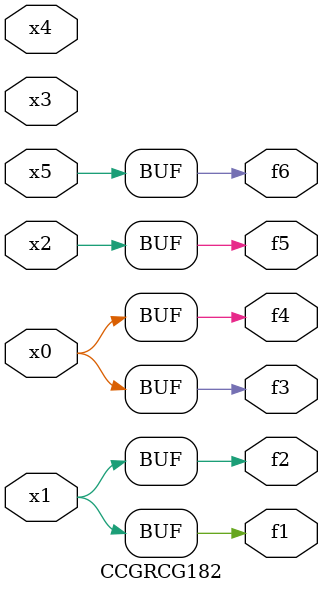
<source format=v>
module CCGRCG182(
	input x0, x1, x2, x3, x4, x5,
	output f1, f2, f3, f4, f5, f6
);
	assign f1 = x1;
	assign f2 = x1;
	assign f3 = x0;
	assign f4 = x0;
	assign f5 = x2;
	assign f6 = x5;
endmodule

</source>
